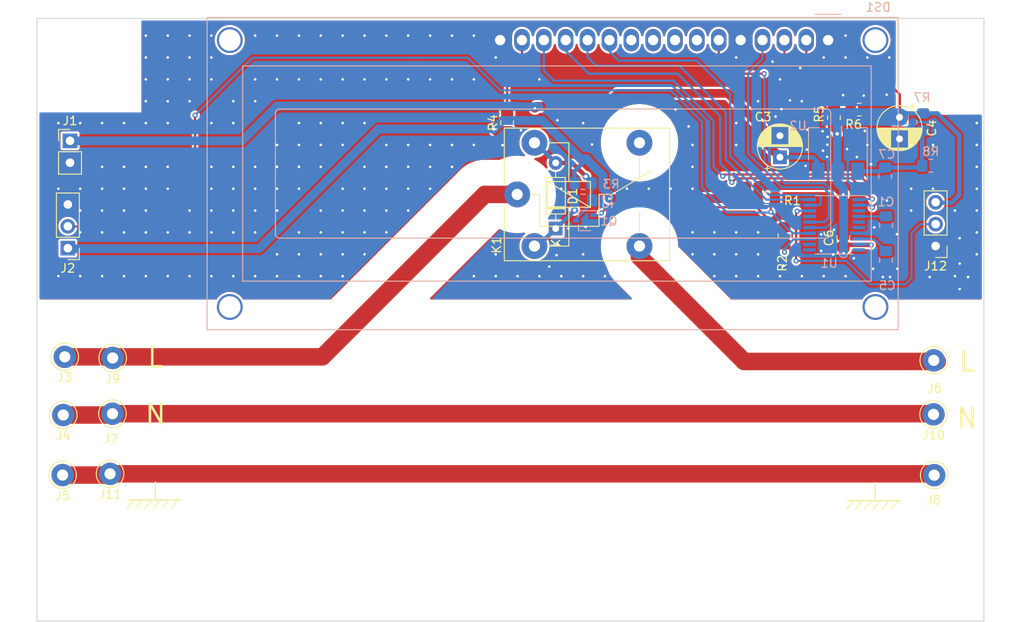
<source format=kicad_pcb>
(kicad_pcb (version 20211014) (generator pcbnew)
  (layers (0 "F.Cu" signal) (31 "B.Cu" signal) (34 "B.Paste" user) (35 "F.Paste" user) (36 "B.SilkS" user "B.Silkscreen") (37 "F.SilkS" user "F.Silkscreen") (38 "B.Mask" user) (39 "F.Mask" user) (44 "Edge.Cuts" user))
  (net 0 "")
  (net 1 "+5VD")
  (net 2 "GND")
  (net 3 "Net-(C2-Pad1)")
  (net 4 "Net-(DS1-Pad3)")
  (net 5 "/GPIO0")
  (net 6 "/GPIO2")
  (net 11 "/GPIO4")
  (net 12 "/GPIO3")
  (net 13 "/GPIO1")
  (net 14 "/GPIO6")
  (net 15 "Net-(DS1-Pad15)")
  (net 16 "Net-(J3-Pad1)")
  (net 17 "Earth_Protective")
  (net 18 "Net-(J6-Pad1)")
  (net 20 "/GPIO5")
  (net 24 "+12V")
  (net 25 "Net-(J10-Pad1)")
  (net 26 "Net-(Q1-Pad1)")
  (net 27 "Net-(C1-Pad1)")
  (net 28 "Net-(C5-Pad1)")
  (net 32 "Net-(U2-Pad1)")
  (net 34 "/GPIO7")
  (net 35 "/SWIM")
  (footprint "Resistor_SMD:R_0805_2012Metric_Pad1.20x1.40mm_HandSolder" (layer "F.Cu") (at 155.3337 69.445429)
    (fp_text reference "R6")
    (fp_text value "R_Small_US")
  )
  (footprint "Connector_Pin:Pin_D1.3mm_L11.0mm" (layer "F.Cu") (at 68.6054 98.298)
    (fp_text reference "J9")
    (fp_text value "Conn_01x01_Male")
  )
  (footprint "Connector_Pin:Pin_D1.3mm_L11.0mm" (layer "F.Cu") (at 163.9824 98.5774 90)
    (fp_text reference "J6")
    (fp_text value "Conn_01x01_Male")
  )
  (footprint "Connector_PinHeader_2.54mm:PinHeader_1x03_P2.54mm_Vertical" (layer "F.Cu") (at 164.1983 85.295029 180)
    (fp_text reference "J12")
    (fp_text value "Conn_01x03_Male")
  )
  (footprint "Connector_Pin:Pin_D1.3mm_L11.0mm" (layer "F.Cu") (at 164.0332 111.9124 90)
    (fp_text reference "J8")
    (fp_text value "Conn_01x01_Male")
  )
  (footprint "Capacitor_SMD:C_0805_2012Metric_Pad1.18x1.45mm_HandSolder" (layer "F.Cu") (at 153.4795 84.355229 90)
    (fp_text reference "C6")
    (fp_text value "C_Small")
  )
  (footprint "Connector_PinHeader_2.54mm:PinHeader_1x03_P2.54mm_Vertical" (layer "F.Cu") (at 63.3984 85.5472 180)
    (fp_text reference "J2")
    (fp_text value "Conn_01x03_Male")
  )
  (footprint "Connector_Pin:Pin_D1.3mm_L11.0mm" (layer "F.Cu") (at 62.7888 111.8997)
    (fp_text reference "J5")
    (fp_text value "Conn_01x01_Male")
  )
  (footprint "Capacitor_THT:CP_Radial_D5.0mm_P2.50mm" (layer "F.Cu") (at 146.1135 74.982629 90)
    (fp_text reference "C3")
    (fp_text value "C_Polarized_Small")
  )
  (footprint "Connector_Pin:Pin_D1.3mm_L11.0mm" (layer "F.Cu") (at 68.58 104.775 90)
    (fp_text reference "J7")
    (fp_text value "Conn_01x01_Male")
  )
  (footprint "Connector_PinHeader_2.54mm:PinHeader_1x02_P2.54mm_Vertical" (layer "F.Cu") (at 63.6524 73.0758)
    (fp_text reference "J1")
    (fp_text value "Jack-DC")
  )
  (footprint "Diode_THT:D_DO-35_SOD27_P7.62mm_Horizontal" (layer "F.Cu") (at 120.0658 83.2651 90)
    (fp_text reference "D1")
    (fp_text value "1N4148")
  )
  (footprint "Resistor_SMD:R_0805_2012Metric_Pad1.20x1.40mm_HandSolder" (layer "F.Cu") (at 146.6469 84.101229 90)
    (fp_text reference "R2")
    (fp_text value "R_Small_US")
  )
  (footprint "Resistor_SMD:R_0805_2012Metric_Pad1.20x1.40mm_HandSolder" (layer "F.Cu") (at 144.5387 79.732429 180)
    (fp_text reference "R1")
    (fp_text value "R_Small_US")
  )
  (footprint "Connector_Pin:Pin_D1.3mm_L11.0mm" (layer "F.Cu") (at 163.957 104.8512)
    (fp_text reference "J10")
    (fp_text value "Conn_01x01_Male")
  )
  (footprint "MountingHole:MountingHole_2.2mm_M2" (layer "F.Cu") (at 65 123.75)
    (fp_text reference "REF**")
    (fp_text value "MountingHole_2.2mm_M2")
  )
  (footprint "MountingHole:MountingHole_2.2mm_M2" (layer "F.Cu") (at 165 123.75)
    (fp_text reference "REF**")
    (fp_text value "MountingHole_2.2mm_M2")
  )
  (footprint "Connector_Pin:Pin_D1.3mm_L11.0mm" (layer "F.Cu") (at 62.865 104.9274)
    (fp_text reference "J4")
    (fp_text value "Conn_01x01_Male")
  )
  (footprint "Connector_Pin:Pin_D1.3mm_L11.0mm" (layer "F.Cu") (at 68.3006 111.76)
    (fp_text reference "J11")
    (fp_text value "Conn_01x01_Male")
  )
  (footprint "MountingHole:MountingHole_2.2mm_M2" (layer "F.Cu") (at 65 63.75)
    (fp_text reference "REF**")
    (fp_text value "MountingHole_2.2mm_M2")
  )
  (footprint "Relay_THT:Relay_SPDT_Finder_36.11" (layer "F.Cu") (at 115.5972 79.3027)
    (fp_text reference "K1")
    (fp_text value "FINDER-36.11")
  )
  (footprint "Resistor_SMD:R_0805_2012Metric_Pad1.20x1.40mm_HandSolder" (layer "F.Cu") (at 152.3873 70.385229 90)
    (fp_text reference "R5")
    (fp_text value "R_Small_US")
  )
  (footprint "Capacitor_THT:CP_Radial_D5.0mm_P2.50mm" (layer "F.Cu") (at 160.0073 70.348517 -90)
    (fp_text reference "C4")
    (fp_text value "C_Polarized_Small")
  )
  (footprint "Connector_Pin:Pin_D1.3mm_L11.0mm" (layer "F.Cu") (at 63.0428 98.171)
    (fp_text reference "J3")
    (fp_text value "Conn_01x01_Male")
  )
  (footprint "MountingHole:MountingHole_2.2mm_M2" (layer "F.Cu") (at 165 63.75)
    (fp_text reference "REF**")
    (fp_text value "MountingHole_2.2mm_M2")
  )
  (footprint "Resistor_SMD:R_0805_2012Metric_Pad1.20x1.40mm_HandSolder" (layer "F.Cu") (at 114.427 70.9715 90)
    (fp_text reference "R4")
    (fp_text value "R_Small_US")
  )
  (footprint "Capacitor_SMD:C_0805_2012Metric_Pad1.18x1.45mm_HandSolder" (layer "B.Cu") (at 123.2662 80.0139 180)
    (fp_text reference "C2")
    (fp_text value "C_Small")
  )
  (footprint "Resistor_SMD:R_0805_2012Metric_Pad1.20x1.40mm_HandSolder" (layer "B.Cu") (at 163.6395 75.973229 180)
    (fp_text reference "R8")
    (fp_text value "R_Small_US")
  )
  (footprint "Capacitor_SMD:C_0805_2012Metric_Pad1.18x1.45mm_HandSolder" (layer "B.Cu") (at 158.3309 77.217829 -90)
    (fp_text reference "C7")
    (fp_text value "C_Small")
  )
  (footprint "Package_TO_SOT_SMD:SOT-323_SC-70" (layer "B.Cu") (at 123.444 82.3507 180)
    (fp_text reference "Q1")
    (fp_text value "2SC4213")
  )
  (footprint "Capacitor_SMD:C_0805_2012Metric_Pad1.18x1.45mm_HandSolder" (layer "B.Cu") (at 158.4325 86.920629 -90)
    (fp_text reference "C5")
    (fp_text value "C_Small")
  )
  (footprint "Display:WC1602A" (layer "B.Cu") (at 151.710212 61.3759 180)
    (fp_text reference "DS1")
    (fp_text value "WC1602A")
  )
  (footprint "Resistor_SMD:R_0805_2012Metric_Pad1.20x1.40mm_HandSolder" (layer "B.Cu") (at 123.2408 77.9819)
    (fp_text reference "R3")
    (fp_text value "R_Small_US")
  )
  (footprint "Package_SO:TSSOP-20_4.4x6.5mm_P0.65mm" (layer "B.Cu") (at 152.4127 82.831229 180)
    (fp_text reference "U1")
    (fp_text value "STM8S003F3P")
  )
  (footprint "Resistor_SMD:R_0805_2012Metric_Pad1.20x1.40mm_HandSolder" (layer "B.Cu") (at 162.7505 70.893229 90)
    (fp_text reference "R7")
    (fp_text value "R_Small_US")
  )
  (footprint "Package_TO_SOT_SMD:SOT-223-3_TabPin2" (layer "B.Cu") (at 152.8445 73.458629 90)
    (fp_text reference "U2")
    (fp_text value "AMS1117-3.3")
  )
  (footprint "Capacitor_SMD:C_0805_2012Metric_Pad1.18x1.45mm_HandSolder" (layer "B.Cu") (at 158.4325 82.882029 -90)
    (fp_text reference "C1")
    (fp_text value "C_Small")
  )
  (gr_line (start 73.09866 114.7826) (end 72.36206 115.7224) (layer "F.SilkS") (width 0.15))
  (gr_line (start 154.6352 114.8842) (end 153.8986 115.824) (layer "F.SilkS") (width 0.15))
  (gr_line (start 157.1752 112.776) (end 157.1752 114.8842) (layer "F.SilkS") (width 0.15))
  (gr_line (start 158.77032 114.8842) (end 158.03372 115.824) (layer "F.SilkS") (width 0.15))
  (gr_line (start 73.5711 112.6744) (end 73.5711 114.7826) (layer "F.SilkS") (width 0.15))
  (gr_line (start 73.5711 114.7826) (end 76.5683 114.7826) (layer "F.SilkS") (width 0.15))
  (gr_line (start 159.8041 114.8842) (end 159.0675 115.824) (layer "F.SilkS") (width 0.15))
  (gr_line (start 157.1752 114.8842) (end 153.9494 114.8842) (layer "F.SilkS") (width 0.15))
  (gr_line (start 156.70276 114.8842) (end 155.96616 115.824) (layer "F.SilkS") (width 0.15))
  (gr_line (start 157.1752 114.8842) (end 160.1724 114.8842) (layer "F.SilkS") (width 0.15))
  (gr_line (start 71.0311 114.7826) (end 70.2945 115.7224) (layer "F.SilkS") (width 0.15))
  (gr_line (start 72.06488 114.7826) (end 71.32828 115.7224) (layer "F.SilkS") (width 0.15))
  (gr_line (start 75.16622 114.7826) (end 74.42962 115.7224) (layer "F.SilkS") (width 0.15))
  (gr_line (start 74.13244 114.7826) (end 73.39584 115.7224) (layer "F.SilkS") (width 0.15))
  (gr_line (start 76.2 114.7826) (end 75.4634 115.7224) (layer "F.SilkS") (width 0.15))
  (gr_line (start 73.5711 114.7826) (end 70.3453 114.7826) (layer "F.SilkS") (width 0.15))
  (gr_line (start 157.73654 114.8842) (end 156.99994 115.824) (layer "F.SilkS") (width 0.15))
  (gr_line (start 155.66898 114.8842) (end 154.93238 115.824) (layer "F.SilkS") (width 0.15))
  (gr_rect locked (start 59.808 58.8518) (end 169.808 128.8518) (layer "Edge.Cuts") (width 0.1) (fill none))
  (gr_text "L" (at 73.5838 98.2218) (layer "F.SilkS") (effects (font (size 2.286 2.286) (thickness 0.3))))
  (gr_text "L" (at 167.8432 98.7044) (layer "F.SilkS") (effects (font (size 2.286 2.286) (thickness 0.3))))
  (gr_text "N" (at 73.5838 104.8258) (layer "F.SilkS") (effects (font (size 2.286 2.286) (thickness 0.3))))
  (gr_text "N" (at 167.8432 105.3084) (layer "F.SilkS") (effects (font (size 2.286 2.286) (thickness 0.3))))
  (segment (start 152.3873 71.883829) (end 152.7683 72.264829) (width 0.508) (layer "F.Cu") (net 1))
  (segment (start 151.765 65.8114) (end 158.1658 65.8114) (width 0.254) (layer "F.Cu") (net 1))
  (segment (start 143.5387 79.732429) (end 143.5387 78.275273) (width 1.016) (layer "F.Cu") (net 1))
  (segment (start 153.4795 85.392729) (end 153.709682 85.162547) (width 0.508) (layer "F.Cu") (net 1))
  (segment (start 113.141 71.9715) (end 114.427 71.9715) (width 1.016) (layer "F.Cu") (net 1))
  (segment (start 143.538722 78.275251) (end 152.454122 78.275251) (width 1.016) (layer "F.Cu") (net 1))
  (segment (start 149.170212 63.216612) (end 151.765 65.8114) (width 0.254) (layer "F.Cu") (net 1))
  (segment (start 143.485829 79.7853) (end 143.5387 79.732429) (width 1.016) (layer "F.Cu") (net 1))
  (segment (start 153.4795 86.107829) (end 153.5049 86.133229) (width 0.508) (layer "F.Cu") (net 1))
  (segment (start 160.0454 70.310417) (end 160.0073 70.348517) (width 0.254) (layer "F.Cu") (net 1))
  (segment (start 153.4795 85.392729) (end 153.4795 86.107829) (width 0.508) (layer "F.Cu") (net 1))
  (segment (start 112.8776 71.7081) (end 113.141 71.9715) (width 1.016) (layer "F.Cu") (net 1))
  (segment (start 149.170212 61.3759) (end 149.170212 63.216612) (width 0.254) (layer "F.Cu") (net 1))
  (segment (start 152.3873 71.385229) (end 152.3873 71.883829) (width 0.508) (layer "F.Cu") (net 1))
  (segment (start 153.709682 85.162547) (end 156.684491 85.162547) (width 0.508) (layer "F.Cu") (net 1))
  (segment (start 143.5387 78.275273) (end 143.538722 78.275251) (width 1.016) (layer "F.Cu") (net 1))
  (segment (start 158.1658 65.8114) (end 160.0454 67.691) (width 0.254) (layer "F.Cu") (net 1))
  (segment (start 156.684491 85.162547) (end 156.708508 85.186564) (width 0.508) (layer "F.Cu") (net 1))
  (segment (start 160.0454 67.691) (end 160.0454 70.310417) (width 0.254) (layer "F.Cu") (net 1))
  (segment (start 126.2888 79.7853) (end 143.485829 79.7853) (width 1.016) (layer "F.Cu") (net 1))
  (segment (start 152.454122 78.275251) (end 153.4795 79.300629) (width 1.016) (layer "F.Cu") (net 1))
  (via (at 153.5049 86.133229) (size 0.6) (drill 0.3) (layers "F.Cu" "B.Cu") (net 1))
  (via (at 153.4795 79.300629) (size 0.6) (drill 0.3) (layers "F.Cu" "B.Cu") (net 1))
  (via (at 112.8776 71.7081) (size 0.8) (drill 0.4) (layers "F.Cu" "B.Cu") (net 1))
  (via (at 156.708508 85.186564) (size 0.6) (drill 0.3) (layers "F.Cu" "B.Cu") (net 1))
  (via (at 126.2888 79.7853) (size 0.6) (drill 0.3) (layers "F.Cu" "B.Cu") (net 1))
  (via (at 152.7683 72.264829) (size 0.8) (drill 0.4) (layers "F.Cu" "B.Cu") (net 1))
  (via (at 122.2502 81.1315) (size 0.8) (drill 0.4) (layers "F.Cu" "B.Cu") (net 1))
  (segment (start 164.2491 80.265829) (end 164.1983 80.215029) (width 0.508) (layer "B.Cu") (net 1))
  (segment (start 85.6234 85.598) (end 99.5133 71.7081) (width 1.016) (layer "B.Cu") (net 1))
  (segment (start 152.7683 72.264829) (end 152.7683 77.8637) (width 1.016) (layer "B.Cu") (net 1))
  (segment (start 126.2888 79.3027) (end 125.5522 78.5661) (width 1.016) (layer "B.Cu") (net 1))
  (segment (start 166.9415 72.417229) (end 166.9415 79.376829) (width 0.508) (layer "B.Cu") (net 1))
  (segment (start 120.3452 82.9857) (end 118.0282 85.3027) (width 0.508) (layer "B.Cu") (net 1))
  (segment (start 122.2502 80.0354) (end 122.2287 80.0139) (width 0.508) (layer "B.Cu") (net 1))
  (segment (start 120.396 82.9857) (end 120.3452 82.9857) (width 0.508) (layer "B.Cu") (net 1))
  (segment (start 99.5133 71.7081) (end 112.8776 71.7081) (width 1.016) (layer "B.Cu") (net 1))
  (segment (start 155.2752 85.106229) (end 156.628173 85.106229) (width 0.254) (layer "B.Cu") (net 1))
  (segment (start 122.2408 77.9819) (end 122.2408 76.6197) (width 0.508) (layer "B.Cu") (net 1))
  (segment (start 118.0282 85.3027) (end 117.5972 85.3027) (width 0.508) (layer "B.Cu") (net 1))
  (segment (start 152.7683 77.8637) (end 153.5049 78.6003) (width 1.016) (layer "B.Cu") (net 1))
  (segment (start 160.462588 69.893229) (end 160.0073 70.348517) (width 0.508) (layer "B.Cu") (net 1))
  (segment (start 118.5164 70.7175) (end 113.8682 70.7175) (width 1.016) (layer "B.Cu") (net 1))
  (segment (start 125.5522 78.5661) (end 125.5522 77.1183) (width 1.016) (layer "B.Cu") (net 1))
  (segment (start 152.7683 70.740423) (end 152.7683 72.264829) (width 1.016) (layer "B.Cu") (net 1))
  (segment (start 125.5522 77.1183) (end 123.698 75.2641) (width 1.016) (layer "B.Cu") (net 1))
  (segment (start 159.967412 70.308629) (end 160.0073 70.348517) (width 2.032) (layer "B.Cu") (net 1))
  (segment (start 152.8445 70.308629) (end 159.967412 70.308629) (width 2.032) (layer "B.Cu") (net 1))
  (segment (start 122.9614 75.1625) (end 118.5164 70.7175) (width 1.016) (layer "B.Cu") (net 1))
  (segment (start 166.9415 79.376829) (end 166.0525 80.265829) (width 0.508) (layer "B.Cu") (net 1))
  (segment (start 164.4175 69.893229) (end 166.9415 72.417229) (width 0.508) (layer "B.Cu") (net 1))
  (segment (start 153.5049 78.6003) (end 153.5049 86.133229) (width 1.016) (layer "B.Cu") (net 1))
  (segment (start 162.7505 69.893229) (end 160.462588 69.893229) (width 0.508) (layer "B.Cu") (net 1))
  (segment (start 122.2502 81.1315) (end 120.396 82.9857) (width 0.508) (layer "B.Cu") (net 1))
  (segment (start 122.2502 81.1315) (end 122.2502 80.0354) (width 0.508) (layer "B.Cu") (net 1))
  (segment (start 122.2408 77.9819) (end 122.2408 80.0018) (width 0.508) (layer "B.Cu") (net 1))
  (segment (start 166.0525 80.265829) (end 164.2491 80.265829) (width 0.508) (layer "B.Cu") (net 1))
  (segment (start 63.4492 85.598) (end 85.6234 85.598) (width 1.016) (layer "B.Cu") (net 1))
  (segment (start 162.7505 69.893229) (end 164.4175 69.893229) (width 0.508) (layer "B.Cu") (net 1))
  (segment (start 63.3984 85.5472) (end 63.4492 85.598) (width 1.016) (layer "B.Cu") (net 1))
  (segment (start 113.8682 70.7175) (end 112.8776 71.7081) (width 1.016) (layer "B.Cu") (net 1))
  (segment (start 123.698 75.2641) (end 123.698 75.1625) (width 1.016) (layer "B.Cu") (net 1))
  (segment (start 126.2888 79.7853) (end 126.2888 79.3027) (width 1.016) (layer "B.Cu") (net 1))
  (segment (start 122.2408 80.0018) (end 122.2287 80.0139) (width 0.508) (layer "B.Cu") (net 1))
  (segment (start 123.698 75.1625) (end 122.9614 75.1625) (width 1.016) (layer "B.Cu") (net 1))
  (segment (start 122.2408 76.6197) (end 123.698 75.1625) (width 0.508) (layer "B.Cu") (net 1))
  (segment (start 156.628173 85.106229) (end 156.708508 85.186564) (width 0.254) (layer "B.Cu") (net 1))
  (via (at 67.378 83.7159) (size 0.6) (drill 0.3) (layers "F.Cu" "B.Cu") (net 2))
  (via (at 67.378 76.0959) (size 0.6) (drill 0.3) (layers "F.Cu" "B.Cu") (net 2))
  (via (at 72.458 68.4759) (size 0.6) (drill 0.3) (layers "F.Cu" "B.Cu") (net 2))
  (via (at 97.858 76.0959) (size 0.6) (drill 0.3) (layers "F.Cu" "B.Cu") (net 2))
  (via (at 90.238 88.7959) (size 0.6) (drill 0.3) (layers "F.Cu" "B.Cu") (net 2))
  (via (at 100.398 83.7159) (size 0.6) (drill 0.3) (layers "F.Cu" "B.Cu") (net 2))
  (via (at 77.538 83.7159) (size 0.6) (drill 0.3) (layers "F.Cu" "B.Cu") (net 2))
  (via (at 82.618 71.0159) (size 0.6) (drill 0.3) (layers "F.Cu" "B.Cu") (net 2))
  (via (at 82.618 83.7159) (size 0.6) (drill 0.3) (layers "F.Cu" "B.Cu") (net 2))
  (via (at 85.158 68.4759) (size 0.6) (drill 0.3) (layers "F.Cu" "B.Cu") (net 2))
  (via (at 155.8417 67.819829) (size 0.6) (drill 0.3) (layers "F.Cu" "B.Cu") (net 2))
  (via (at 148.658 88.7959) (size 0.6) (drill 0.3) (layers "F.Cu" "B.Cu") (net 2))
  (via (at 92.778 86.2559) (size 0.6) (drill 0.3) (layers "F.Cu" "B.Cu") (net 2))
  (via (at 125.798 88.7959) (size 0.6) (drill 0.3) (layers "F.Cu" "B.Cu") (net 2))
  (via (at 123.258 86.2559) (size 0.6) (drill 0.3) (layers "F.Cu" "B.Cu") (net 2))
  (via (at 69.918 76.0959) (size 0.6) (drill 0.3) (layers "F.Cu" "B.Cu") (net 2))
  (via (at 123.258 71.0159) (size 0.6) (drill 0.3) (layers "F.Cu" "B.Cu") (net 2))
  (via (at 64.838 88.7959) (size 0.6) (drill 0.3) (layers "F.Cu" "B.Cu") (net 2))
  (via (at 102.938 81.1759) (size 0.6) (drill 0.3) (layers "F.Cu" "B.Cu") (net 2))
  (via (at 90.238 76.0959) (size 0.6) (drill 0.3) (layers "F.Cu" "B.Cu") (net 2))
  (via (at 87.698 88.7959) (size 0.6) (drill 0.3) (layers "F.Cu" "B.Cu") (net 2))
  (via (at 87.698 86.2559) (size 0.6) (drill 0.3) (layers "F.Cu" "B.Cu") (net 2))
  (via (at 151.6253 73.534829) (size 0.6) (drill 0.3) (layers "F.Cu" "B.Cu") (net 2))
  (via (at 72.458 81.1759) (size 0.6) (drill 0.3) (layers "F.Cu" "B.Cu") (net 2))
  (via (at 82.618 88.7959) (size 0.6) (drill 0.3) (layers "F.Cu" "B.Cu") (net 2))
  (via (at 77.538 81.1759) (size 0.6) (drill 0.3) (layers "F.Cu" "B.Cu") (net 2))
  (via (at 85.158 78.6359) (size 0.6) (drill 0.3) (layers "F.Cu" "B.Cu") (net 2))
  (via (at 110.558 65.9359) (size 0.6) (drill 0.3) (layers "F.Cu" "B.Cu") (net 2))
  (via (at 100.398 60.8559) (size 0.6) (drill 0.3) (layers "F.Cu" "B.Cu") (net 2))
  (via (at 95.318 86.2559) (size 0.6) (drill 0.3) (layers "F.Cu" "B.Cu") (net 2))
  (via (at 118.178 88.7959) (size 0.6) (drill 0.3) (layers "F.Cu" "B.Cu") (net 2))
  (via (at 85.158 60.8559) (size 0.6) (drill 0.3) (layers "F.Cu" "B.Cu") (net 2))
  (via (at 153.9113 74.042829) (size 0.6) (drill 0.3) (layers "F.Cu" "B.Cu") (net 2))
  (via (at 143.578 83.7159) (size 0.6) (drill 0.3) (layers "F.Cu" "B.Cu") (net 2))
  (via (at 146.5199 87.555629) (size 0.6) (drill 0.3) (layers "F.Cu" "B.Cu") (net 2))
  (via (at 120.718 88.7959) (size 0.6) (drill 0.3) (layers "F.Cu" "B.Cu") (net 2))
  (via (at 69.918 88.7959) (size 0.6) (drill 0.3) (layers "F.Cu" "B.Cu") (net 2))
  (via (at 102.938 76.0959) (size 0.6) (drill 0.3) (layers "F.Cu" "B.Cu") (net 2))
  (via (at 146.2913 69.394629) (size 0.6) (drill 0.3) (layers "F.Cu" "B.Cu") (net 2))
  (via (at 110.558 73.5559) (size 0.6) (drill 0.3) (layers "F.Cu" "B.Cu") (net 2))
  (via (at 74.998 78.6359) (size 0.6) (drill 0.3) (layers "F.Cu" "B.Cu") (net 2))
  (via (at 95.318 81.1759) (size 0.6) (drill 0.3) (layers "F.Cu" "B.Cu") (net 2))
  (via (at 152.3111 86.285629) (size 0.6) (drill 0.3) (layers "F.Cu" "B.Cu") (net 2))
  (via (at 80.078 78.6359) (size 0.6) (drill 0.3) (layers "F.Cu" "B.Cu") (net 2))
  (via (at 120.269 70.6882) (size 0.6) (drill 0.3) (layers "F.Cu" "B.Cu") (net 2))
  (via (at 92.778 71.0159) (size 0.6) (drill 0.3) (layers "F.Cu" "B.Cu") (net 2))
  (via (at 151.0665 71.960029) (size 0.6) (drill 0.3) (layers "F.Cu" "B.Cu") (net 2))
  (via (at 72.458 76.0959) (size 0.6) (drill 0.3) (layers "F.Cu" "B.Cu") (net 2))
  (via (at 74.998 68.4759) (size 0.6) (drill 0.3) (layers "F.Cu" "B.Cu") (net 2))
  (via (at 92.778 65.9359) (size 0.6) (drill 0.3) (layers "F.Cu" "B.Cu") (net 2))
  (via (at 69.918 78.6359) (size 0.6) (drill 0.3) (layers "F.Cu" "B.Cu") (net 2))
  (via (at 100.398 76.0959) (size 0.6) (drill 0.3) (layers "F.Cu" "B.Cu") (net 2))
  (via (at 158.818 63.3959) (size 0.6) (drill 0.3) (layers "F.Cu" "B.Cu") (net 2))
  (via (at 135.958 78.6359) (size 0.6) (drill 0.3) (layers "F.Cu" "B.Cu") (net 2))
  (via (at 151.5999 74.931829) (size 0.6) (drill 0.3) (layers "F.Cu" "B.Cu") (net 2))
  (via (at 95.318 73.5559) (size 0.6) (drill 0.3) (layers "F.Cu" "B.Cu") (net 2))
  (via (at 72.458 60.8559) (size 0.6) (drill 0.3) (layers "F.Cu" "B.Cu") (net 2))
  (via (at 108.018 76.0959) (size 0.6) (drill 0.3) (layers "F.Cu" "B.Cu") (net 2))
  (via (at 145.2499 63.882829) (size 0.6) (drill 0.3) (layers "F.Cu" "B.Cu") (net 2))
  (via (at 87.698 81.1759) (size 0.6) (drill 0.3) (layers "F.Cu" "B.Cu") (net 2))
  (via (at 166.9923 90.290359) (size 0.6) (drill 0.3) (layers "F.Cu" "B.Cu") (net 2))
  (via (at 151.1173 74.220629) (size 0.6) (drill 0.3) (layers "F.Cu" "B.Cu") (net 2))
  (via (at 100.398 65.9359) (size 0.6) (drill 0.3) (layers "F.Cu" "B.Cu") (net 2))
  (via (at 80.078 71.0159) (size 0.6) (drill 0.3) (layers "F.Cu" "B.Cu") (net 2))
  (via (at 166.9923 87.335493) (size 0.6) (drill 0.3) (layers "F.Cu" "B.Cu") (net 2))
  (via (at 161.358 73.5559) (size 0.6) (drill 0.3) (layers "F.Cu" "B.Cu") (net 2))
  (via (at 141.038 86.2559) (size 0.6) (drill 0.3) (layers "F.Cu" "B.Cu") (net 2))
  (via (at 105.478 73.5559) (size 0.6) (drill 0.3) (layers "F.Cu" "B.Cu") (net 2))
  (via (at 138.498 83.7159) (size 0.6) (drill 0.3) (layers "F.Cu" "B.Cu") (net 2))
  (via (at 85.158 88.7959) (size 0.6) (drill 0.3) (layers "F.Cu" "B.Cu") (net 2))
  (via (at 163.5125 88.9) (size 0.6) (drill 0.3) (layers "F.Cu" "B.Cu") (net 2))
  (via (at 77.538 65.9359) (size 0.6) (drill 0.3) (layers "F.Cu" "B.Cu") (net 2))
  (via (at 150.9141 83.948829) (size 0.6) (drill 0.3) (layers "F.Cu" "B.Cu") (net 2))
  (via (at 77.538 68.4759) (size 0.6) (drill 0.3) (layers "F.Cu" "B.Cu") (net 2))
  (via (at 100.398 73.5559) (size 0.6) (drill 0.3) (layers "F.Cu" "B.Cu") (net 2))
  (via (at 138.498 88.7959) (size 0.6) (drill 0.3) (layers "F.Cu" "B.Cu") (net 2))
  (via (at 74.998 83.7159) (size 0.6) (drill 0.3) (layers "F.Cu" "B.Cu") (net 2))
  (via (at 97.858 81.1759) (size 0.6) (drill 0.3) (layers "F.Cu" "B.Cu") (net 2))
  (via (at 95.318 65.9359) (size 0.6) (drill 0.3) (layers "F.Cu" "B.Cu") (net 2))
  (via (at 97.858 60.8559) (size 0.6) (drill 0.3) (layers "F.Cu" "B.Cu") (net 2))
  (via (at 135.958 86.2559) (size 0.6) (drill 0.3) (layers "F.Cu" "B.Cu") (net 2))
  (via (at 90.238 83.7159) (size 0.6) (drill 0.3) (layers "F.Cu" "B.Cu") (net 2))
  (via (at 128.338 78.6359) (size 0.6) (drill 0.3) (layers "F.Cu" "B.Cu") (net 2))
  (via (at 157.0609 83.136029) (size 0.6) (drill 0.3) (layers "F.Cu" "B.Cu") (net 2))
  (via (at 110.558 88.7959) (size 0.6) (drill 0.3) (layers "F.Cu" "B.Cu") (net 2))
  (via (at 72.458 65.9359) (size 0.6) (drill 0.3) (layers "F.Cu" "B.Cu") (net 2))
  (via (at 113.098 63.3959) (size 0.6) (drill 0.3) (layers "F.Cu" "B.Cu") (net 2))
  (via (at 161.358 81.1759) (size 0.6) (drill 0.3) (layers "F.Cu" "B.Cu") (net 2))
  (via (at 105.478 60.8559) (size 0.6) (drill 0.3) (layers "F.Cu" "B.Cu") (net 2))
  (via (at 105.478 78.6359) (size 0.6) (drill 0.3) (layers "F.Cu" "B.Cu") (net 2))
  (via (at 64.838 71.0159) (size 0.6) (drill 0.3) (layers "F.Cu" "B.Cu") (net 2))
  (via (at 163.898 78.6359) (size 0.6) (drill 0.3) (layers "F.Cu" "B.Cu") (net 2))
  (via (at 64.838 83.7159) (size 0.6) (drill 0.3) (layers "F.Cu" "B.Cu") (net 2))
  (via (at 135.958 83.7159) (size 0.6) (drill 0.3) (layers "F.Cu" "B.Cu") (net 2))
  (via (at 120.3198 85.0939) (size 0.6) (drill 0.3) (layers "F.Cu" "B.Cu") (net 2))
  (via (at 149.2885 71.782229) (size 0.6) (drill 0.3) (layers "F.Cu" "B.Cu") (net 2))
  (via (at 108.018 73.5559) (size 0.6) (drill 0.3) (layers "F.Cu" "B.Cu") (net 2))
  (via (at 166.9923 84.380627) (size 0.6) (drill 0.3) (layers "F.Cu" "B.Cu") (net 2))
  (via (at 72.458 83.7159) (size 0.6) (drill 0.3) (layers "F.Cu" "B.Cu") (net 2))
  (via (at 77.538 63.3959) (size 0.6) (drill 0.3) (layers "F.Cu" "B.Cu") (net 2))
  (via (at 87.698 60.8559) (size 0.6) (drill 0.3) (layers "F.Cu" "B.Cu") (net 2))
  (via (at 92.778 83.7159) (size 0.6) (drill 0.3) (layers "F.Cu" "B.Cu") (net 2))
  (via (at 120.1674 86.3639) (size 0.6) (drill 0.3) (layers "F.Cu" "B.Cu") (net 2))
  (via (at 113.8936 73.5838) (size 0.6) (drill 0.3) (layers "F.Cu" "B.Cu") (net 2))
  (via (at 100.398 78.6359) (size 0.6) (drill 0.3) (layers "F.Cu" "B.Cu") (net 2))
  (via (at 145.6055 70.258229) (size 0.6) (drill 0.3) (layers "F.Cu" "B.Cu") (net 2))
  (via (at 155.9687 71.934629) (size 0.6) (drill 0.3) (layers "F.Cu" "B.Cu") (net 2))
  (via (at 95.318 60.8559) (size 0.6) (drill 0.3) (layers "F.Cu" "B.Cu") (net 2))
  (via (at 82.618 76.0959) (size 0.6) (drill 0.3) (layers "F.Cu" "B.Cu") (net 2))
  (via (at 97.858 83.7159) (size 0.6) (drill 0.3) (layers "F.Cu" "B.Cu") (net 2))
  (via (at 156.278 63.3959) (size 0.6) (drill 0.3) (layers "F.Cu" "B.Cu") (net 2))
  (via (at 64.838 78.6359) (size 0.6) (drill 0.3) (layers "F.Cu" "B.Cu") (net 2))
  (via (at 146.118 88.7959) (size 0.6) (drill 0.3) (layers "F.Cu" "B.Cu") (net 2))
  (via (at 158.5341 80.011829) (size 0.6) (drill 0.3) (layers "F.Cu" "B.Cu") (net 2))
  (via (at 150.9141 85.853829) (size 0.6) (drill 0.3) (layers "F.Cu" "B.Cu") (net 2))
  (via (at 72.458 63.3959) (size 0.6) (drill 0.3) (layers "F.Cu" "B.Cu") (net 2))
  (via (at 72.458 71.0159) (size 0.6) (drill 0.3) (layers "F.Cu" "B.Cu") (net 2))
  (via (at 141.038 88.7959) (size 0.6) (drill 0.3) (layers "F.Cu" "B.Cu") (net 2))
  (via (at 74.998 65.9359) (size 0.6) (drill 0.3) (layers "F.Cu" "B.Cu") (net 2))
  (via (at 62.298 88.7959) (size 0.6) (drill 0.3) (layers "F.Cu" "B.Cu") (net 2))
  (via (at 90.238 86.2559) (size 0.6) (drill 0.3) (layers "F.Cu" "B.Cu") (net 2))
  (via (at 158.5087 67.718229) (size 0.6) (drill 0.3) (layers "F.Cu" "B.Cu") (net 2))
  (via (at 90.238 78.6359) (size 0.6) (drill 0.3) (layers "F.Cu" "B.Cu") (net 2))
  (via (at 77.538 88.7959) (size 0.6) (drill 0.3) (layers "F.Cu" "B.Cu") (net 2))
  (via (at 69.918 71.0159) (size 0.6) (drill 0.3) (layers "F.Cu" "B.Cu") (net 2))
  (via (at 135.509 71.3994) (size 0.6) (drill 0.3) (layers "F.Cu" "B.Cu") (net 2))
  (via (at 151.198 63.3959) (size 0.6) (drill 0.3) (layers "F.Cu" "B.Cu") (net 2))
  (via (at 143.578 86.2559) (size 0.6) (drill 0.3) (layers "F.Cu" "B.Cu") (net 2))
  (via (at 80.078 76.0959) (size 0.6) (drill 0.3) (layers "F.Cu" "B.Cu") (net 2))
  (via (at 118.178 65.9359) (size 0.6) (drill 0.3) (layers "F.Cu" "B.Cu") (net 2))
  (via (at 168.978 81.1759) (size 0.6) (drill 0.3) (layers "F.Cu" "B.Cu") (net 2))
  (via (at 119.3292 87.6847) (size 0.6) (drill 0.3) (layers "F.Cu" "B.Cu") (net 2))
  (via (at 143.578 68.4759) (size 0.6) (drill 0.3) (layers "F.Cu" "B.Cu") (net 2))
  (via (at 87.698 76.0959) (size 0.6) (drill 0.3) (layers "F.Cu" "B.Cu") (net 2))
  (via (at 159.7533 87.936629) (size 0.6) (drill 0.3) (layers "F.Cu" "B.Cu") (net 2))
  (via (at 153.738 88.7959) (size 0.6) (drill 0.3) (layers "F.Cu" "B.Cu") (net 2))
  (via (at 62.298 78.6359) (size 0.6) (drill 0.3) (layers "F.Cu" "B.Cu") (net 2))
  (via (at 168.978 83.7159) (size 0.6) (drill 0.3) (layers "F.Cu" "B.Cu") (net 2))
  (via (at 156.9339 87.936629) (size 0.6) (drill 0.3) (layers "F.Cu" "B.Cu") (net 2))
  (via (at 80.078 60.8559) (size 0.6) (drill 0.3) (layers "F.Cu" "B.Cu") (net 2))
  (via (at 87.698 78.6359) (size 0.6) (drill 0.3) (layers "F.Cu" "B.Cu") (net 2))
  (via (at 100.398 81.1759) (size 0.6) (drill 0.3) (layers "F.Cu" "B.Cu") (net 2))
  (via (at 92.778 60.8559) (size 0.6) (drill 0.3) (layers "F.Cu" "B.Cu") (net 2))
  (via (at 166.438 81.1759) (size 0.6) (drill 0.3) (layers "F.Cu" "B.Cu") (net 2))
  (via (at 72.458 88.7959) (size 0.6) (drill 0.3) (layers "F.Cu" "B.Cu") (net 2))
  (via (at 108.018 60.8559) (size 0.6) (drill 0.3) (layers "F.Cu" "B.Cu") (net 2))
  (via (at 156.278 73.5559) (size 0.6) (drill 0.3) (layers "F.Cu" "B.Cu") (net 2))
  (via (at 133.418 78.6359) (size 0.6) (drill 0.3) (layers "F.Cu" "B.Cu") (net 2))
  (via (at 146.118 65.9359) (size 0.6) (drill 0.3) (layers "F.Cu" "B.Cu") (net 2))
  (via (at 82.618 81.1759) (size 0.6) (drill 0.3) (layers "F.Cu" "B.Cu") (net 2))
  (via (at 74.998 71.0159) (size 0.6) (drill 0.3) (layers "F.Cu" "B.Cu") (net 2))
  (via (at 67.378 71.0159) (size 0.6) (drill 0.3) (layers "F.Cu" "B.Cu") (net 2))
  (via (at 159.7025 83.923429) (size 0.6) (drill 0.3) (layers "F.Cu" "B.Cu") (net 2))
  (via (at 67.378 78.6359) (size 0.6) (drill 0.3) (layers "F.Cu" "B.Cu") (net 2))
  (via (at 74.998 76.0959) (size 0.6) (drill 0.3) (layers "F.Cu" "B.Cu") (net 2))
  (via (at 153.738 63.3959) (size 0.6) (drill 0.3) (layers "F.Cu" "B.Cu") (net 2))
  (via (at 138.498 86.2559) (size 0.6) (drill 0.3) (layers "F.Cu" "B.Cu") (net 2))
  (via (at 69.918 81.1759) (size 0.6) (drill 0.3) (layers "F.Cu" "B.Cu") (net 2))
  (via (at 133.985 69.4436) (size 0.6) (drill 0.3) (layers "F.Cu" "B.Cu") (net 2))
  (via (at 166.438 88.7959) (size 0.6) (drill 0.3) (layers "F.Cu" "B.Cu") (net 2))
  (via (at 105.478 65.9359) (size 0.6) (drill 0.3) (layers "F.Cu" "B.Cu") (net 2))
  (via (at 74.998 63.3959) (size 0.6) (drill 0.3) (layers "F.Cu" "B.Cu") (net 2))
  (via (at 154.6987 86.717429) (size 0.6) (drill 0.3) (layers "F.Cu" "B.Cu") (net 2))
  (via (at 152.3873 83.415429) (size 0.6) (drill 0.3) (layers "F.Cu" "B.Cu") (net 2))
  (via (at 74.998 88.7959) (size 0.6) (drill 0.3) (layers "F.Cu" "B.Cu") (net 2))
  (via (at 97.858 71.0159) (size 0.6) (drill 0.3) (layers "F.Cu" "B.Cu") (net 2))
  (via (at 80.078 65.9359) (size 0.6) (drill 0.3) (layers "F.Cu" "B.Cu") (net 2))
  (via (at 149.2631 74.093629) (size 0.6) (drill 0.3) (layers "F.Cu" "B.Cu") (net 2))
  (via (at 85.158 81.1759) (size 0.6) (drill 0.3) (layers "F.Cu" "B.Cu") (net 2))
  (via (at 110.558 60.8559) (size 0.6) (drill 0.3) (layers "F.Cu" "B.Cu") (net 2))
  (via (at 116.0272 71.8566) (size 0.6) (drill 0.3) (layers "F.Cu" "B.Cu") (net 2))
  (via (at 151.198 88.7959) (size 0.6) (drill 0.3) (layers "F.Cu" "B.Cu") (net 2))
  (via (at 149.095739 75.982519) (size 0.6) (drill 0.3) (layers "F.Cu" "B.Cu") (net 2))
  (via (at 113.098 86.2559) (size 0.6) (drill 0.3) (layers "F.Cu" "B.Cu") (net 2))
  (via (at 102.938 78.6359) (size 0.6) (drill 0.3) (layers "F.Cu" "B.Cu") (net 2))
  (via (at 113.098 88.7959) (size 0.6) (drill 0.3) (layers "F.Cu" "B.Cu") (net 2))
  (via (at 168.978 73.5559) (size 0.6) (drill 0.3) (layers "F.Cu" "B.Cu") (net 2))
  (via (at 80.078 83.7159) (size 0.6) (drill 0.3) (layers "F.Cu" "B.Cu") (net 2))
  (via (at 168.978 71.0159) (size 0.6) (drill 0.3) (layers "F.Cu" "B.Cu") (net 2))
  (via (at 135.958 73.5559) (size 0.6) (drill 0.3) (layers "F.Cu" "B.Cu") (net 2))
  (via (at 80.078 81.1759) (size 0.6) (drill 0.3) (layers "F.Cu" "B.Cu") (net 2))
  (via (at 141.038 63.3959) (size 0.6) (drill 0.3) (layers "F.Cu" "B.Cu") (net 2))
  (via (at 92.778 81.1759) (size 0.6) (drill 0.3) (layers "F.Cu" "B.Cu") (net 2))
  (via (at 167.9702 88.9) (size 0.6) (drill 0.3) (layers "F.Cu" "B.Cu") (net 2))
  (via (at 135.958 76.0959) (size 0.6) (drill 0.3) (layers "F.Cu" "B.Cu") (net 2))
  (via (at 67.378 81.1759) (size 0.6) (drill 0.3) (layers "F.Cu" "B.Cu") (net 2))
  (via (at 168.978 78.6359) (size 0.6) (drill 0.3) (layers "F.Cu" "B.Cu") (net 2))
  (via (at 97.858 65.9359) (size 0.6) (drill 0.3) (layers "F.Cu" "B.Cu") (net 2))
  (via (at 90.238 60.8559) (size 0.6) (drill 0.3) (layers "F.Cu" "B.Cu") (net 2))
  (via (at 90.238 71.0159) (size 0.6) (drill 0.3) (layers "F.Cu" "B.Cu") (net 2))
  (via (at 105.478 76.0959) (size 0.6) (drill 0.3) (layers "F.Cu" "B.Cu") (net 2))
  (via (at 80.078 88.7959) (size 0.6) (drill 0.3) (layers "F.Cu" "B.Cu") (net 2))
  (via (at 121.539 83.2651) (size 0.6) (drill 0.3) (layers "F.Cu" "B.Cu") (net 2))
  (via (at 102.938 60.8559) (size 0.6) (drill 0.3) (layers "F.Cu" "B.Cu") (net 2))
  (via (at 62.298 71.0159) (size 0.6) (drill 0.3) (layers "F.Cu" "B.Cu") (net 2))
  (via (at 90.238 65.9359) (size 0.6) (drill 0.3) (layers "F.Cu" "B.Cu") (net 2))
  (via (at 87.698 65.9359) (size 0.6) (drill 0.3) (layers "F.Cu" "B.Cu") (net 2))
  (via (at 130.878 78.6359) (size 0.6) (drill 0.3) (layers "F.Cu" "B.Cu") (net 2))
  (via (at 64.838 81.1759) (size 0.6) (drill 0.3) (layers "F.Cu" "B.Cu") (net 2))
  (via (at 148.4757 64.619429) (size 0.6) (drill 0.3) (layers "F.Cu" "B.Cu") (net 2))
  (via (at 92.778 88.7959) (size 0.6) (drill 0.3) (layers "F.Cu" "B.Cu") (net 2))
  (via (at 148.658 68.4759) (size 0.6) (drill 0.3) (layers "F.Cu" "B.Cu") (net 2))
  (via (at 77.538 60.8559) (size 0.6) (drill 0.3) (layers "F.Cu" "B.Cu") (net 2))
  (via (at 120.718 78.6359) (size 0.6) (drill 0.3) (layers "F.Cu" "B.Cu") (net 2))
  (via (at 74.998 60.8559) (size 0.6) (drill 0.3) (layers "F.Cu" "B.Cu") (net 2))
  (via (at 168.978 76.0959) (size 0.6) (drill 0.3) (layers "F.Cu" "B.Cu") (net 2))
  (via (at 141.038 83.7159) (size 0.6) (drill 0.3) (layers "F.Cu" "B.Cu") (net 2))
  (via (at 153.4541 67.769029) (size 0.6) (drill 0.3) (layers "F.Cu" "B.Cu") (net 2))
  (via (at 143.578 88.7959) (size 0.6) (drill 0.3) (layers "F.Cu" "B.Cu") (net 2))
  (via (at 80.078 63.3959) (size 0.6) (drill 0.3) (layers "F.Cu" "B.Cu") (net 2))
  (via (at 163.898 73.5559) (size 0.6) (drill 0.3) (layers "F.Cu" "B.Cu") (net 2))
  (via (at 92.778 76.0959) (size 0.6) (drill 0.3) (layers "F.Cu" "B.Cu") (net 2))
  (via (at 151.6507 72.620429) (size 0.6) (drill 0.3) (layers "F.Cu" "B.Cu") (net 2))
  (via (at 123.258 88.7959) (size 0.6) (drill 0.3) (layers "F.Cu" "B.Cu") (net 2))
  (via (at 82.618 78.6359) (size 0.6) (drill 0.3) (layers "F.Cu" "B.Cu") (net 2))
  (via (at 147.2819 68.378629) (size 0.6) (drill 0.3) (layers "F.Cu" "B.Cu") (net 2))
  (via (at 97.858 78.6359) (size 0.6) (drill 0.3) (layers "F.Cu" "B.Cu") (net 2))
  (via (at 102.938 65.9359) (size 0.6) (drill 0.3) (layers "F.Cu" "B.Cu") (net 2))
  (via (at 123.5456 83.0873) (size 0.6) (drill 0.3) (layers "F.Cu" "B.Cu") (net 2))
  (via (at 82.618 68.4759) (size 0.6) (drill 0.3) (layers "F.Cu" "B.Cu") (net 2))
  (via (at 141.038 73.5559) (size 0.6) (drill 0.3) (layers "F.Cu" "B.Cu") (net 2))
  (via (at 124.2822 73.5076) (size 0.6) (drill 0.3) (layers "F.Cu" "B.Cu") (net 2))
  (via (at 72.458 78.6359) (size 0.6) (drill 0.3) (layers "F.Cu" "B.Cu") (net 2))
  (via (at 95.318 83.7159) (size 0.6) (drill 0.3) (layers "F.Cu" "B.Cu") (net 2))
  (via (at 85.158 65.9359) (size 0.6) (drill 0.3) (layers "F.Cu" "B.Cu") (net 2))
  (via (at 95.318 71.0159) (size 0.6) (drill 0.3) (layers "F.Cu" "B.Cu") (net 2))
  (via (at 85.158 76.0959) (size 0.6) (drill 0.3) (layers "F.Cu" "B.Cu") (net 2))
  (via (at 158.0642 88.9) (size 0.6) (drill 0.3) (layers "F.Cu" "B.Cu") (net 2))
  (via (at 115.638 88.7959) (size 0.6) (drill 0.3) (layers "F.Cu" "B.Cu") (net 2))
  (via (at 141.038 71.0159) (size 0.6) (drill 0.3) (layers "F.Cu" "B.Cu") (net 2))
  (via (at 168.978 86.2559) (size 0.6) (drill 0.3) (layers "F.Cu" "B.Cu") (net 2))
  (via (at 90.238 73.5559) (size 0.6) (drill 0.3) (layers "F.Cu" "B.Cu") (net 2))
  (via (at 161.358 78.6359) (size 0.6) (drill 0.3) (layers "F.Cu" "B.Cu") (net 2))
  (via (at 158.9024 88.9) (size 0.6) (drill 0.3) (layers "F.Cu" "B.Cu") (net 2))
  (via (at 95.318 88.7959) (size 0.6) (drill 0.3) (layers "F.Cu" "B.Cu") (net 2))
  (via (at 102.938 73.5559) (size 0.6) (drill 0.3) (layers "F.Cu" "B.Cu") (net 2))
  (via (at 85.158 83.7159) (size 0.6) (drill 0.3) (layers "F.Cu" "B.Cu") (net 2))
  (via (at 108.018 65.9359) (size 0.6) (drill 0.3) (layers "F.Cu" "B.Cu") (net 2))
  (via (at 97.858 86.2559) (size 0.6) (drill 0.3) (layers "F.Cu" "B.Cu") (net 2))
  (via (at 155.0543 74.957229) (size 0.6) (drill 0.3) (layers "F.Cu" "B.Cu") (net 2))
  (via (at 87.698 73.5559) (size 0.6) (drill 0.3) (layers "F.Cu" "B.Cu") (net 2))
  (via (at 95.318 78.6359) (size 0.6) (drill 0.3) (layers "F.Cu" "B.Cu") (net 2))
  (via (at 153.738 60.8559) (size 0.6) (drill 0.3) (layers "F.Cu" "B.Cu") (net 2))
  (via (at 92.778 73.5559) (size 0.6) (drill 0.3) (layers "F.Cu" "B.Cu") (net 2))
  (via (at 69.918 83.7159) (size 0.6) (drill 0.3) (layers "F.Cu" "B.Cu") (net 2))
  (via (at 67.378 88.7959) (size 0.6) (drill 0.3) (layers "F.Cu" "B.Cu") (net 2))
  (via (at 156.7053 75.795429) (size 0.6) (drill 0.3) (layers "F.Cu" "B.Cu") (net 2))
  (segment (start 158.3192 83.806229) (end 158.4325 83.919529) (width 0.254) (layer "B.Cu") (net 2))
  (segment (start 155.2752 83.806229) (end 158.3192 83.806229) (width 0.254) (layer "B.Cu") (net 2))
  (segment (start 120.0658 75.6451) (end 121.9962 75.6451) (width 0.508) (layer "F.Cu") (net 3))
  (segment (start 121.9962 75.6451) (end 123.571 77.2199) (width 0.508) (layer "F.Cu") (net 3))
  (via (at 123.571 77.2199) (size 0.8) (drill 0.4) (layers "F.Cu" "B.Cu") (net 3))
  (segment (start 117.7234 73.3027) (end 117.5972 73.3027) (width 0.508) (layer "B.Cu") (net 3))
  (segment (start 122.444 82.3507) (end 122.444 82.1315) (width 0.254) (layer "B.Cu") (net 3))
  (segment (start 124.3037 80.2718) (end 124.3037 80.0139) (width 0.254) (layer "B.Cu") (net 3))
  (segment (start 123.571 77.3121) (end 124.2408 77.9819) (width 0.254) (layer "B.Cu") (net 3))
  (segment (start 124.2408 77.9819) (end 124.2408 79.951) (width 0.254) (layer "B.Cu") (net 3))
  (segment (start 124.2408 79.951) (end 124.3037 80.0139) (width 0.254) (layer "B.Cu") (net 3))
  (segment (start 122.444 82.1315) (end 124.3037 80.2718) (width 0.254) (layer "B.Cu") (net 3))
  (segment (start 119.9642 75.5435) (end 117.7234 73.3027) (width 0.508) (layer "B.Cu") (net 3))
  (segment (start 123.571 77.2199) (end 123.571 77.3121) (width 0.254) (layer "B.Cu") (net 3))
  (segment (start 151.630429 69.385229) (end 152.3873 69.385229) (width 0.254) (layer "F.Cu") (net 4))
  (segment (start 146.630212 64.385012) (end 151.630429 69.385229) (width 0.254) (layer "F.Cu") (net 4))
  (segment (start 146.630212 61.3759) (end 146.630212 64.385012) (width 0.254) (layer "F.Cu") (net 4))
  (segment (start 152.3873 69.385229) (end 154.2735 69.385229) (width 0.254) (layer "F.Cu") (net 4))
  (segment (start 140.3096 65.278) (end 139.010212 63.978612) (width 0.254) (layer "F.Cu") (net 5))
  (segment (start 139.010212 63.978612) (end 139.010212 61.3759) (width 0.254) (layer "F.Cu") (net 5))
  (segment (start 144.272 65.278) (end 140.3096 65.278) (width 0.254) (layer "F.Cu") (net 5))
  (via (at 144.272 65.278) (size 0.6) (drill 0.3) (layers "F.Cu" "B.Cu") (net 5))
  (segment (start 151.287096 78.016264) (end 152.231211 78.960379) (width 0.254) (layer "B.Cu") (net 5))
  (segment (start 151.509861 83.156229) (end 149.5502 83.156229) (width 0.254) (layer "B.Cu") (net 5))
  (segment (start 144.3355 75.668429) (end 146.683335 78.016264) (width 0.254) (layer "B.Cu") (net 5))
  (segment (start 144.3355 65.3415) (end 144.272 65.278) (width 0.254) (layer "B.Cu") (net 5))
  (segment (start 146.683335 78.016264) (end 151.287096 78.016264) (width 0.254) (layer "B.Cu") (net 5))
  (segment (start 152.231211 78.960379) (end 152.231211 82.434879) (width 0.254) (layer "B.Cu") (net 5))
  (segment (start 152.231211 82.434879) (end 151.509861 83.156229) (width 0.254) (layer "B.Cu") (net 5))
  (segment (start 144.3355 75.668429) (end 144.3355 65.3415) (width 0.254) (layer "B.Cu") (net 5))
  (segment (start 127.381 63.754) (end 126.310212 62.683212) (width 0.254) (layer "B.Cu") (net 6))
  (segment (start 126.310212 62.683212) (end 126.310212 61.3759) (width 0.254) (layer "B.Cu") (net 6))
  (segment (start 140.335 67.6402) (end 136.4488 63.754) (width 0.254) (layer "B.Cu") (net 6))
  (segment (start 150.841589 80.389702) (end 150.841589 79.634518) (width 0.254) (layer "B.Cu") (net 6))
  (segment (start 149.5502 80.556229) (end 150.675062 80.556229) (width 0.254) (layer "B.Cu") (net 6))
  (segment (start 150.586746 79.379675) (end 144.886275 79.379675) (width 0.254) (layer "B.Cu") (net 6))
  (segment (start 140.335 74.8284) (end 140.335 67.6402) (width 0.254) (layer "B.Cu") (net 6))
  (segment (start 144.886275 79.379675) (end 140.335 74.8284) (width 0.254) (layer "B.Cu") (net 6))
  (segment (start 136.4488 63.754) (end 127.381 63.754) (width 0.254) (layer "B.Cu") (net 6))
  (segment (start 150.841589 79.634518) (end 150.586746 79.379675) (width 0.254) (layer "B.Cu") (net 6))
  (segment (start 150.675062 80.556229) (end 150.841589 80.389702) (width 0.254) (layer "B.Cu") (net 6))
  (segment (start 140.5382 77.9018) (end 140.99926 77.44074) (width 0.254) (layer "F.Cu") (net 11))
  (segment (start 154.464411 77.44074) (end 156.8577 79.834029) (width 0.254) (layer "F.Cu") (net 11))
  (segment (start 140.99926 77.44074) (end 154.464411 77.44074) (width 0.254) (layer "F.Cu") (net 11))
  (via (at 140.5382 77.9018) (size 0.6) (drill 0.3) (layers "F.Cu" "B.Cu") (net 11))
  (via (at 156.8577 79.834029) (size 0.6) (drill 0.3) (layers "F.Cu" "B.Cu") (net 11))
  (segment (start 139.1666 70.2056) (end 134.239 65.278) (width 0.254) (layer "B.Cu") (net 11))
  (segment (start 134.239 65.278) (end 123.9012 65.278) (width 0.254) (layer "B.Cu") (net 11))
  (segment (start 140.5382 77.9018) (end 140.2334 77.597) (width 0.254) (layer "B.Cu") (net 11))
  (segment (start 139.1666 75.692) (end 139.1666 70.2056) (width 0.254) (layer "B.Cu") (net 11))
  (segment (start 123.9012 65.278) (end 121.230212 62.607012) (width 0.254) (layer "B.Cu") (net 11))
  (segment (start 140.2334 76.7588) (end 139.1666 75.692) (width 0.254) (layer "B.Cu") (net 11))
  (segment (start 156.8577 79.834029) (end 155.3474 79.834029) (width 0.254) (layer "B.Cu") (net 11))
  (segment (start 121.230212 62.607012) (end 121.230212 61.3759) (width 0.254) (layer "B.Cu") (net 11))
  (segment (start 155.3474 79.834029) (end 155.2752 79.906229) (width 0.254) (layer "B.Cu") (net 11))
  (segment (start 140.2334 77.597) (end 140.2334 76.7588) (width 0.254) (layer "B.Cu") (net 11))
  (segment (start 144.523829 79.906229) (end 149.5502 79.906229) (width 0.254) (layer "B.Cu") (net 12))
  (segment (start 124.7902 64.3636) (end 134.4422 64.3636) (width 0.254) (layer "B.Cu") (net 12))
  (segment (start 123.770212 63.343612) (end 124.7902 64.3636) (width 0.254) (layer "B.Cu") (net 12))
  (segment (start 123.770212 61.3759) (end 123.770212 63.343612) (width 0.254) (layer "B.Cu") (net 12))
  (segment (start 134.4422 64.3636) (end 139.827 69.7484) (width 0.254) (layer "B.Cu") (net 12))
  (segment (start 139.827 75.2094) (end 144.523829 79.906229) (width 0.254) (layer "B.Cu") (net 12))
  (segment (start 139.827 69.7484) (end 139.827 75.2094) (width 0.254) (layer "B.Cu") (net 12))
  (segment (start 151.099311 78.46984) (end 146.349511 78.46984) (width 0.254) (layer "B.Cu") (net 13))
  (segment (start 142.4178 65.2018) (end 144.090212 63.529388) (width 0.254) (layer "B.Cu") (net 13))
  (segment (start 151.7777 82.018429) (end 151.7777 79.148229) (width 0.254) (layer "B.Cu") (net 13))
  (segment (start 151.7777 79.148229) (end 151.099311 78.46984) (width 0.254) (layer "B.Cu") (net 13))
  (segment (start 149.5502 82.506229) (end 151.2899 82.506229) (width 0.254) (layer "B.Cu") (net 13))
  (segment (start 144.090212 63.529388) (end 144.090212 61.3759) (width 0.254) (layer "B.Cu") (net 13))
  (segment (start 151.2899 82.506229) (end 151.7777 82.018429) (width 0.254) (layer "B.Cu") (net 13))
  (segment (start 142.4178 74.538129) (end 142.4178 65.2018) (width 0.254) (layer "B.Cu") (net 13))
  (segment (start 146.349511 78.46984) (end 142.4178 74.538129) (width 0.254) (layer "B.Cu") (net 13))
  (segment (start 146.6469 86.006229) (end 146.6469 85.101229) (width 0.254) (layer "F.Cu") (net 14))
  (via (at 146.6469 86.006229) (size 0.6) (drill 0.3) (layers "F.Cu" "B.Cu") (net 14))
  (segment (start 146.6469 85.574129) (end 147.6883 84.532729) (width 0.254) (layer "B.Cu") (net 14))
  (segment (start 146.6469 86.006229) (end 146.6469 85.574129) (width 0.254) (layer "B.Cu") (net 14))
  (segment (start 149.4737 84.532729) (end 149.5502 84.456229) (width 0.254) (layer "B.Cu") (net 14))
  (segment (start 147.6883 84.532729) (end 149.4737 84.532729) (width 0.254) (layer "B.Cu") (net 14))
  (segment (start 116.150212 64.265988) (end 114.427 65.9892) (width 0.254) (layer "F.Cu") (net 15))
  (segment (start 114.427 65.9892) (end 114.427 69.9715) (width 0.254) (layer "F.Cu") (net 15))
  (segment (start 116.150212 61.3759) (end 116.150212 64.265988) (width 0.254) (layer "F.Cu") (net 15))
  (segment (start 111.8323 79.3027) (end 92.964 98.171) (width 2.032) (layer "F.Cu") (net 16))
  (segment (start 92.964 98.171) (end 63.8556 98.171) (width 2.032) (layer "F.Cu") (net 16))
  (segment (start 115.5972 79.3027) (end 111.8323 79.3027) (width 2.032) (layer "F.Cu") (net 16))
  (segment (start 163.8808 111.76) (end 164.0332 111.9124) (width 1.016) (layer "F.Cu") (net 17))
  (segment (start 62.7888 111.8997) (end 68.1609 111.8997) (width 2.032) (layer "F.Cu") (net 17))
  (segment (start 68.1609 111.8997) (end 68.3006 111.76) (width 1.016) (layer "F.Cu") (net 17))
  (segment (start 68.3006 111.76) (end 163.8808 111.76) (width 2.032) (layer "F.Cu") (net 17))
  (segment (start 129.7972 86.541) (end 129.7972 85.3027) (width 2.032) (layer "F.Cu") (net 18))
  (segment (start 141.9606 98.7044) (end 129.7972 86.541) (width 2.032) (layer "F.Cu") (net 18))
  (segment (start 164.3888 98.7044) (end 141.9606 98.7044) (width 2.032) (layer "F.Cu") (net 18))
  (segment (start 157.6705 80.011829) (end 156.8577 80.824629) (width 0.25) (layer "F.Cu") (net 20))
  (segment (start 139.672771 76.989229) (end 155.2575 76.989229) (width 0.25) (layer "F.Cu") (net 20))
  (segment (start 155.2575 76.989229) (end 157.6705 79.402229) (width 0.25) (layer "F.Cu") (net 20))
  (segment (start 157.6705 79.402229) (end 157.6705 80.011829) (width 0.25) (layer "F.Cu") (net 20))
  (segment (start 139.4714 77.1906) (end 139.672771 76.989229) (width 0.25) (layer "F.Cu") (net 20))
  (via (at 139.4714 77.1906) (size 0.6) (drill 0.3) (layers "F.Cu" "B.Cu") (net 20))
  (via (at 156.8577 80.824629) (size 0.6) (drill 0.3) (layers "F.Cu" "B.Cu") (net 20))
  (segment (start 139.4714 77.1906) (end 138.4046 76.1238) (width 0.25) (layer "B.Cu") (net 20))
  (segment (start 118.690212 64.918412) (end 118.690212 61.3759) (width 0.25) (layer "B.Cu") (net 20))
  (segment (start 133.7564 66.0908) (end 119.8626 66.0908) (width 0.25) (layer "B.Cu") (net 20))
  (segment (start 138.4046 76.1238) (end 138.4046 70.739) (width 0.25) (layer "B.Cu") (net 20))
  (segment (start 156.5893 80.556229) (end 156.8577 80.824629) (width 0.25) (layer "B.Cu") (net 20))
  (segment (start 155.2752 80.556229) (end 156.5893 80.556229) (width 0.25) (layer "B.Cu") (net 20))
  (segment (start 138.4046 70.739) (end 133.7564 66.0908) (width 0.25) (layer "B.Cu") (net 20))
  (segment (start 119.8626 66.0908) (end 118.690212 64.918412) (width 0.25) (layer "B.Cu") (net 20))
  (segment (start 117.8814 69.0665) (end 125.7769 69.0665) (width 1.016) (layer "F.Cu") (net 24))
  (segment (start 117.6528 69.2951) (end 117.8814 69.0665) (width 1.016) (layer "F.Cu") (net 24))
  (segment (start 140.066471 67.564) (end 144.605989 72.103518) (width 1.016) (layer "F.Cu") (net 24))
  (segment (start 125.7769 69.0665) (end 127.2794 67.564) (width 1.016) (layer "F.Cu") (net 24))
  (segment (start 127.2794 67.564) (end 140.066471 67.564) (width 1.016) (layer "F.Cu") (net 24))
  (segment (start 144.605989 72.103518) (end 144.605989 73.475118) (width 1.016) (layer "F.Cu") (net 24))
  (segment (start 144.605989 73.475118) (end 146.1135 74.982629) (width 1.016) (layer "F.Cu") (net 24))
  (via (at 117.6528 69.2951) (size 0.6) (drill 0.3) (layers "F.Cu" "B.Cu") (net 24))
  (segment (start 83.6422 73.0758) (end 63.6524 73.0758) (width 1.016) (layer "B.Cu") (net 24))
  (segment (start 150.4683 75.527429) (end 150.4683 77.040429) (width 0.508) (layer "B.Cu") (net 24))
  (segment (start 146.1135 74.982629) (end 149.9235 74.982629) (width 0.508) (layer "B.Cu") (net 24))
  (segment (start 115.4684 69.1134) (end 115.3922 69.0372) (width 1.016) (layer "B.Cu") (net 24))
  (segment (start 87.6808 69.0372) (end 83.6422 73.0758) (width 1.016) (layer "B.Cu") (net 24))
  (segment (start 115.3922 69.0372) (end 87.6808 69.0372) (width 1.016) (layer "B.Cu") (net 24))
  (segment (start 149.9235 74.982629) (end 150.4683 75.527429) (width 0.508) (layer "B.Cu") (net 24))
  (segment (start 118.11 69.1134) (end 115.4684 69.1134) (width 1.016) (layer "B.Cu") (net 24))
  (segment (start 62.865 104.9274) (end 68.4276 104.9274) (width 2.032) (layer "F.Cu") (net 25))
  (segment (start 68.58 104.775) (end 163.8808 104.775) (width 2.032) (layer "F.Cu") (net 25))
  (segment (start 68.4276 104.9274) (end 68.58 104.775) (width 1.016) (layer "F.Cu") (net 25))
  (segment (start 163.8808 104.775) (end 163.957 104.8512) (width 1.016) (layer "F.Cu") (net 25))
  (segment (start 131.7752 80.6235) (end 131.9491 80.7974) (width 0.254) (layer "F.Cu") (net 26))
  (segment (start 145.6977 83.101229) (end 146.6469 83.101229) (width 0.254) (layer "F.Cu") (net 26))
  (segment (start 143.393871 80.7974) (end 145.6977 83.101229) (width 0.254) (layer "F.Cu") (net 26))
  (segment (start 125.3744 81.4578) (end 126.2087 80.6235) (width 0.254) (layer "F.Cu") (net 26))
  (segment (start 131.9491 80.7974) (end 143.393871 80.7974) (width 0.254) (layer "F.Cu") (net 26))
  (segment (start 126.2087 80.6235) (end 131.7752 80.6235) (width 0.254) (layer "F.Cu") (net 26))
  (via (at 125.3744 81.4578) (size 0.6) (drill 0.3) (layers "F.Cu" "B.Cu") (net 26))
  (segment (start 125.3744 81.4578) (end 125.1315 81.7007) (width 0.254) (layer "B.Cu") (net 26))
  (segment (start 125.1315 81.7007) (end 124.444 81.7007) (width 0.254) (layer "B.Cu") (net 26))
  (segment (start 158.4208 81.856229) (end 158.4325 81.844529) (width 0.254) (layer "B.Cu") (net 27))
  (segment (start 155.2752 81.856229) (end 158.4208 81.856229) (width 0.254) (layer "B.Cu") (net 27))
  (segment (start 155.2752 84.456229) (end 157.0056 84.456229) (width 0.254) (layer "B.Cu") (net 28))
  (segment (start 157.0056 84.456229) (end 158.4325 85.883129) (width 0.254) (layer "B.Cu") (net 28))
  (segment (start 157.9026 76.608629) (end 158.3309 76.180329) (width 0.508) (layer "B.Cu") (net 32))
  (segment (start 155.1445 76.608629) (end 157.9026 76.608629) (width 0.508) (layer "B.Cu") (net 32))
  (segment (start 162.4324 76.180329) (end 162.6395 75.973229) (width 0.508) (layer "B.Cu") (net 32))
  (segment (start 158.3309 76.180329) (end 162.4324 76.180329) (width 0.508) (layer "B.Cu") (net 32))
  (segment (start 162.6395 75.973229) (end 162.6395 72.004229) (width 0.508) (layer "B.Cu") (net 32))
  (segment (start 162.6395 72.004229) (end 162.7505 71.893229) (width 0.508) (layer "B.Cu") (net 32))
  (segment (start 145.0594 81.3308) (end 145.0594 80.211729) (width 0.254) (layer "F.Cu") (net 34))
  (segment (start 72.6186 83.0326) (end 63.4238 83.0326) (width 0.254) (layer "F.Cu") (net 34))
  (segment (start 78.1812 70.104) (end 78.1812 77.47) (width 0.254) (layer "F.Cu") (net 34))
  (segment (start 63.4238 83.0326) (end 63.3984 83.0072) (width 0.254) (layer "F.Cu") (net 34))
  (segment (start 145.0594 80.211729) (end 145.5387 79.732429) (width 0.254) (layer "F.Cu") (net 34))
  (segment (start 78.1812 77.47) (end 72.6186 83.0326) (width 0.254) (layer "F.Cu") (net 34))
  (via (at 78.1812 70.104) (size 0.6) (drill 0.3) (layers "F.Cu" "B.Cu") (net 34))
  (via (at 145.0594 81.3308) (size 0.6) (drill 0.3) (layers "F.Cu" "B.Cu") (net 34))
  (segment (start 147.329011 83.532078) (end 147.603162 83.806229) (width 0.254) (layer "B.Cu") (net 34))
  (segment (start 113.6396 67.2084) (end 109.855 63.4238) (width 0.254) (layer "B.Cu") (net 34))
  (segment (start 145.0594 81.3308) (end 147.260678 83.532078) (width 0.254) (layer "B.Cu") (net 34))
  (segment (start 139.9794 81.407) (end 137.0584 78.486) (width 0.254) (layer "B.Cu") (net 34))
  (segment (start 145.137843 81.3308) (end 145.0594 81.3308) (width 0.254) (layer "B.Cu") (net 34))
  (segment (start 145.641357 81.8642) (end 145.184157 81.407) (width 0.254) (layer "B.Cu") (net 34))
  (segment (start 145.6563 81.849257) (end 145.137843 81.3308) (width 0.254) (layer "B.Cu") (net 34))
  (segment (start 133.4262 67.2084) (end 113.6396 67.2084) (width 0.254) (layer "B.Cu") (net 34))
  (segment (start 109.855 63.4238) (end 103.7844 63.4238) (width 0.254) (layer "B.Cu") (net 34))
  (segment (start 147.603162 83.806229) (end 149.5502 83.806229) (width 0.254) (layer "B.Cu") (net 34))
  (segment (start 84.8614 63.4238) (end 78.1812 70.104) (width 0.254) (layer "B.Cu") (net 34))
  (segment (start 147.260678 83.532078) (end 147.329011 83.532078) (width 0.254) (layer "B.Cu") (net 34))
  (segment (start 137.0584 78.486) (end 137.0584 70.8406) (width 0.254) (layer "B.Cu") (net 34))
  (segment (start 145.184157 81.407) (end 139.9794 81.407) (width 0.254) (layer "B.Cu") (net 34))
  (segment (start 103.7844 63.4238) (end 84.8614 63.4238) (width 0.254) (layer "B.Cu") (net 34))
  (segment (start 137.0584 70.8406) (end 133.4262 67.2084) (width 0.254) (layer "B.Cu") (net 34))
  (segment (start 148.1201 81.256429) (end 147.9931 81.383429) (width 0.25) (layer "F.Cu") (net 35))
  (segment (start 147.9931 81.383429) (end 147.9931 87.022229) (width 0.25) (layer "F.Cu") (net 35))
  (via (at 147.9931 87.022229) (size 0.6) (drill 0.3) (layers "F.Cu" "B.Cu") (net 35))
  (via (at 148.1201 81.256429) (size 0.6) (drill 0.3) (layers "F.Cu" "B.Cu") (net 35))
  (segment (start 162.4457 82.755029) (end 164.1983 82.755029) (width 0.25) (layer "B.Cu") (net 35))
  (segment (start 161.4043 83.796429) (end 162.4457 82.755029) (width 0.25) (layer "B.Cu") (net 35))
  (segment (start 161.4043 89.003429) (end 161.4043 83.796429) (width 0.25) (layer "B.Cu") (net 35))
  (segment (start 160.6677 89.740029) (end 161.4043 89.003429) (width 0.25) (layer "B.Cu") (net 35))
  (segment (start 148.1703 81.206229) (end 148.1201 81.256429) (width 0.25) (layer "B.Cu") (net 35))
  (segment (start 156.5529 89.740029) (end 160.6677 89.740029) (width 0.25) (layer "B.Cu") (net 35))
  (segment (start 147.9931 87.022229) (end 153.8351 87.022229) (width 0.25) (layer "B.Cu") (net 35))
  (segment (start 153.8351 87.022229) (end 156.5529 89.740029) (width 0.25) (layer "B.Cu") (net 35))
  (segment (start 149.5502 81.206229) (end 148.1703 81.206229) (width 0.25) (layer "B.Cu") (net 35))
  (zone (net 2) (net_name "GND") (layer "F.Cu") (name "gnd_back") (connect_pads yes (clearance 0.254)) (min_thickness 0.254) (fill yes (thermal_gap 0.508) (thermal_bridge_width 0.508))
    (polygon (pts (xy 159.5628 58.9026) (xy 159.5628 70.0786) (xy 169.799 70.0532) (xy 169.7482 91.5162) (xy 60.1218 91.5162) (xy 60.1218 69.7992) (xy 71.9582 69.7992) (xy 71.9582 58.8518)))
  )
  (zone (net 0) (net_name "") (layer "B.Cu") (name "gnd_back") (connect_pads yes (clearance 0)) (min_thickness 0.254)
    (keepout (tracks allowed) (vias not_allowed) (pads allowed) (copperpour not_allowed) (footprints allowed))
    (fill (thermal_gap 0.508) (thermal_bridge_width 0.508))
    (polygon (pts (xy 115.5954 74.8538) (xy 117.8306 79.121) (xy 105.5624 91.5162) (xy 93.7514 91.5162) (xy 109.762067 75.517511) (xy 114.080067 74.933311)))
  )
  (zone (net 2) (net_name "GND") (layer "B.Cu") (name "gnd_back") (connect_pads yes (clearance 0.254)) (min_thickness 0.254) (fill yes (thermal_gap 0.508) (thermal_bridge_width 0.508))
    (polygon (pts (xy 159.5374 58.8772) (xy 159.5374 70.0532) (xy 169.7736 70.0278) (xy 169.7228 91.4908) (xy 60.0964 91.4908) (xy 60.0964 69.7738) (xy 71.9328 69.7738) (xy 71.9328 58.8264)))
  )
  (zone (net 0) (net_name "") (layer "B.Cu") (name "gnd_back") (connect_pads yes (clearance 0)) (min_thickness 0.254)
    (keepout (tracks allowed) (vias allowed) (pads allowed) (copperpour not_allowed) (footprints allowed))
    (fill (thermal_gap 0.508) (thermal_bridge_width 0.508))
    (polygon (pts (xy 140.5128 91.5162) (xy 128.905 91.5162) (xy 128.9304 91.3892) (xy 127.7112 90.1954) (xy 126.3904 88.7476) (xy 125.9332 87.63) (xy 125.9586 87.6046) (xy 134.2898 85.3186)))
  )
)
</source>
